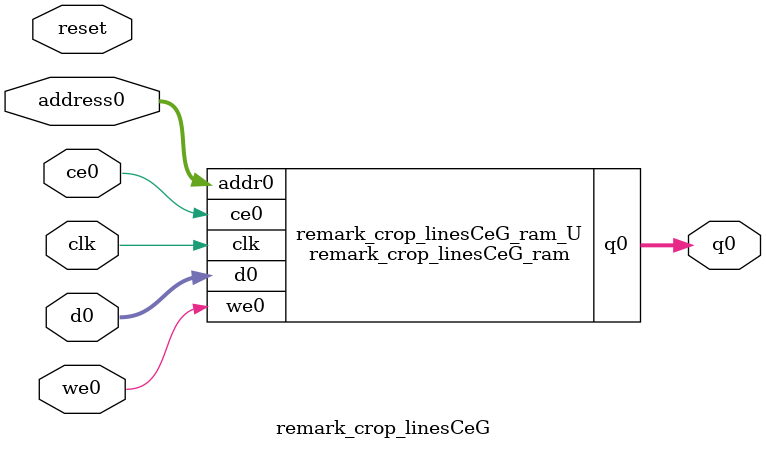
<source format=v>
`timescale 1 ns / 1 ps
module remark_crop_linesCeG_ram (addr0, ce0, d0, we0, q0,  clk);

parameter DWIDTH = 8;
parameter AWIDTH = 16;
parameter MEM_SIZE = 57600;

input[AWIDTH-1:0] addr0;
input ce0;
input[DWIDTH-1:0] d0;
input we0;
output reg[DWIDTH-1:0] q0;
input clk;

(* ram_style = "block" *)reg [DWIDTH-1:0] ram[0:MEM_SIZE-1];




always @(posedge clk)  
begin 
    if (ce0) begin
        if (we0) 
            ram[addr0] <= d0; 
        q0 <= ram[addr0];
    end
end


endmodule

`timescale 1 ns / 1 ps
module remark_crop_linesCeG(
    reset,
    clk,
    address0,
    ce0,
    we0,
    d0,
    q0);

parameter DataWidth = 32'd8;
parameter AddressRange = 32'd57600;
parameter AddressWidth = 32'd16;
input reset;
input clk;
input[AddressWidth - 1:0] address0;
input ce0;
input we0;
input[DataWidth - 1:0] d0;
output[DataWidth - 1:0] q0;



remark_crop_linesCeG_ram remark_crop_linesCeG_ram_U(
    .clk( clk ),
    .addr0( address0 ),
    .ce0( ce0 ),
    .we0( we0 ),
    .d0( d0 ),
    .q0( q0 ));

endmodule


</source>
